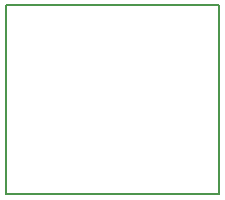
<source format=gm1>
G04*
G04 #@! TF.GenerationSoftware,Altium Limited,Altium Designer,22.9.1 (49)*
G04*
G04 Layer_Color=16711935*
%FSLAX25Y25*%
%MOIN*%
G70*
G04*
G04 #@! TF.SameCoordinates,15CD16B4-1F33-4ED9-8E61-9E20C37C55A6*
G04*
G04*
G04 #@! TF.FilePolarity,Positive*
G04*
G01*
G75*
%ADD11C,0.00500*%
D11*
X520866Y290000D02*
Y353000D01*
X450000Y290000D02*
X520866D01*
X450000Y353000D02*
X520866D01*
X450000Y290000D02*
Y353000D01*
M02*

</source>
